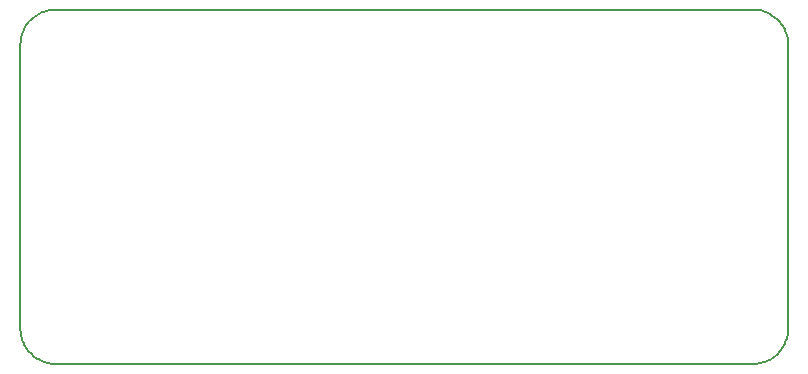
<source format=gm1>
%TF.GenerationSoftware,KiCad,Pcbnew,5.1.5+dfsg1-2build2*%
%TF.CreationDate,2021-11-27T13:08:24+01:00*%
%TF.ProjectId,rpi-han-interface,7270692d-6861-46e2-9d69-6e7465726661,rev?*%
%TF.SameCoordinates,Original*%
%TF.FileFunction,Profile,NP*%
%FSLAX46Y46*%
G04 Gerber Fmt 4.6, Leading zero omitted, Abs format (unit mm)*
G04 Created by KiCad (PCBNEW 5.1.5+dfsg1-2build2) date 2021-11-27 13:08:24*
%MOMM*%
%LPD*%
G04 APERTURE LIST*
%ADD10C,0.200000*%
G04 APERTURE END LIST*
D10*
X110960880Y-97830680D02*
X110960880Y-97830680D01*
X110960880Y-121830680D02*
X110960880Y-121830680D01*
X175960880Y-97830680D02*
X175960880Y-97830680D01*
X175960880Y-97830680D02*
X175960880Y-97830680D01*
X110960880Y-121830680D02*
X110960880Y-121830680D01*
X110960880Y-121830680D02*
X110960880Y-121830680D01*
X175960880Y-121830680D02*
X175960880Y-121830680D01*
X110960880Y-97830680D02*
X110960880Y-97830680D01*
X110960880Y-121830680D02*
X110960880Y-97830680D01*
X113960880Y-124830680D02*
X113766421Y-124824475D01*
X113766421Y-124824475D02*
X113582306Y-124807018D01*
X113582306Y-124807018D02*
X113407922Y-124779822D01*
X113407922Y-124779822D02*
X113237573Y-124742903D01*
X113237573Y-124742903D02*
X113080888Y-124699544D01*
X113080888Y-124699544D02*
X112930453Y-124649032D01*
X112930453Y-124649032D02*
X112779488Y-124589107D01*
X112779488Y-124589107D02*
X112640822Y-124525392D01*
X112640822Y-124525392D02*
X112508043Y-124456047D01*
X112508043Y-124456047D02*
X112381658Y-124381862D01*
X112381658Y-124381862D02*
X112260245Y-124302422D01*
X112260245Y-124302422D02*
X112142104Y-124216681D01*
X112142104Y-124216681D02*
X112030546Y-124127247D01*
X112030546Y-124127247D02*
X111923020Y-124032318D01*
X111923020Y-124032318D02*
X111820949Y-123933226D01*
X111820949Y-123933226D02*
X111722901Y-123828587D01*
X111722901Y-123828587D02*
X111628472Y-123717602D01*
X111628472Y-123717602D02*
X111537437Y-123599343D01*
X111537437Y-123599343D02*
X111453809Y-123478895D01*
X111453809Y-123478895D02*
X111376873Y-123355723D01*
X111376873Y-123355723D02*
X111304505Y-123226146D01*
X111304505Y-123226146D02*
X111237742Y-123091176D01*
X111237742Y-123091176D02*
X111174456Y-122944522D01*
X111174456Y-122944522D02*
X111120348Y-122798306D01*
X111120348Y-122798306D02*
X111072481Y-122644173D01*
X111072481Y-122644173D02*
X111031789Y-122482061D01*
X111031789Y-122482061D02*
X110999368Y-122312533D01*
X110999368Y-122312533D02*
X110975536Y-122129132D01*
X110975536Y-122129132D02*
X110962523Y-121931001D01*
X110962523Y-121931001D02*
X110960880Y-121830680D01*
X113960880Y-94830680D02*
X113960880Y-94830680D01*
X113960880Y-94830680D02*
X113960880Y-94830680D01*
X175960880Y-97830680D02*
X175960880Y-97830680D01*
X175960880Y-97830680D02*
X175960880Y-97830680D01*
X110960880Y-97830680D02*
X110960880Y-97830680D01*
X172960880Y-94830680D02*
X172960880Y-94830680D01*
X172960880Y-124830680D02*
X172960880Y-124830680D01*
X113960880Y-124830680D02*
X113960880Y-124830680D01*
X172960880Y-94830680D02*
X172960880Y-94830680D01*
X113960880Y-124830680D02*
X113960880Y-124830680D01*
X113960880Y-124830680D02*
X113960880Y-124830680D01*
X113960880Y-124830680D02*
X113960880Y-124830680D01*
X113960880Y-94830680D02*
X113766421Y-94836879D01*
X113766421Y-94836879D02*
X113582306Y-94854334D01*
X113582306Y-94854334D02*
X113407922Y-94881528D01*
X113407922Y-94881528D02*
X113241520Y-94917473D01*
X113241520Y-94917473D02*
X113083093Y-94961133D01*
X113083093Y-94961133D02*
X112930453Y-95012322D01*
X112930453Y-95012322D02*
X112785787Y-95069556D01*
X112785787Y-95069556D02*
X112640822Y-95135958D01*
X112640822Y-95135958D02*
X112508538Y-95205028D01*
X112508538Y-95205028D02*
X112381178Y-95279786D01*
X112381178Y-95279786D02*
X112258388Y-95360210D01*
X112258388Y-95360210D02*
X112141657Y-95445010D01*
X112141657Y-95445010D02*
X112030546Y-95534102D01*
X112030546Y-95534102D02*
X111921370Y-95630562D01*
X111921370Y-95630562D02*
X111819767Y-95729330D01*
X111819767Y-95729330D02*
X111722526Y-95833185D01*
X111722526Y-95833185D02*
X111629535Y-95942435D01*
X111629535Y-95942435D02*
X111541434Y-96056551D01*
X111541434Y-96056551D02*
X111459100Y-96174450D01*
X111459100Y-96174450D02*
X111379467Y-96301246D01*
X111379467Y-96301246D02*
X111303185Y-96437715D01*
X111303185Y-96437715D02*
X111236785Y-96572241D01*
X111236785Y-96572241D02*
X111176159Y-96712586D01*
X111176159Y-96712586D02*
X111119609Y-96865221D01*
X111119609Y-96865221D02*
X111072012Y-97018848D01*
X111072012Y-97018848D02*
X111030785Y-97183841D01*
X111030785Y-97183841D02*
X110998160Y-97356365D01*
X110998160Y-97356365D02*
X110975072Y-97536952D01*
X110975072Y-97536952D02*
X110962603Y-97727941D01*
X110962603Y-97727941D02*
X110960880Y-97830680D01*
X175960880Y-121830680D02*
X175960880Y-121830680D01*
X172960880Y-124830680D02*
X172960880Y-124830680D01*
X172960880Y-124830680D02*
X173154773Y-124824409D01*
X173154773Y-124824409D02*
X173338818Y-124806785D01*
X173338818Y-124806785D02*
X173514197Y-124779220D01*
X173514197Y-124779220D02*
X173679891Y-124743248D01*
X173679891Y-124743248D02*
X173838854Y-124699331D01*
X173838854Y-124699331D02*
X173990677Y-124648391D01*
X173990677Y-124648391D02*
X174135281Y-124591251D01*
X174135281Y-124591251D02*
X174273147Y-124528443D01*
X174273147Y-124528443D02*
X174406762Y-124459259D01*
X174406762Y-124459259D02*
X174533491Y-124385464D01*
X174533491Y-124385464D02*
X174656213Y-124305732D01*
X174656213Y-124305732D02*
X174774270Y-124220587D01*
X174774270Y-124220587D02*
X174885962Y-124131563D01*
X174885962Y-124131563D02*
X174994103Y-124036577D01*
X174994103Y-124036577D02*
X175082200Y-123952000D01*
X175082200Y-95709360D02*
X174976977Y-95609111D01*
X174976977Y-95609111D02*
X174866615Y-95513736D01*
X174866615Y-95513736D02*
X174754013Y-95425529D01*
X174754013Y-95425529D02*
X174633868Y-95340462D01*
X174633868Y-95340462D02*
X174511461Y-95262458D01*
X174511461Y-95262458D02*
X174382627Y-95188962D01*
X174382627Y-95188962D02*
X174247893Y-95120769D01*
X174247893Y-95120769D02*
X174105758Y-95057728D01*
X174105758Y-95057728D02*
X173960543Y-95002130D01*
X173960543Y-95002130D02*
X173808157Y-94952803D01*
X173808157Y-94952803D02*
X173641980Y-94909006D01*
X173641980Y-94909006D02*
X173473186Y-94874730D01*
X173473186Y-94874730D02*
X173297580Y-94849621D01*
X173297580Y-94849621D02*
X173108480Y-94834308D01*
X173108480Y-94834308D02*
X172960880Y-94830680D01*
X175960880Y-97830680D02*
X175954572Y-97636200D01*
X175954572Y-97636200D02*
X175937093Y-97453590D01*
X175937093Y-97453590D02*
X175908621Y-97273119D01*
X175908621Y-97273119D02*
X175872691Y-97108600D01*
X175872691Y-97108600D02*
X175828860Y-96950508D01*
X175828860Y-96950508D02*
X175777805Y-96798726D01*
X175777805Y-96798726D02*
X175720555Y-96654167D01*
X175720555Y-96654167D02*
X175656890Y-96514804D01*
X175656890Y-96514804D02*
X175587247Y-96380778D01*
X175587247Y-96380778D02*
X175513256Y-96254156D01*
X175513256Y-96254156D02*
X175434307Y-96132970D01*
X175434307Y-96132970D02*
X175349393Y-96015448D01*
X175349393Y-96015448D02*
X175260465Y-95904037D01*
X175260465Y-95904037D02*
X175165203Y-95795742D01*
X175165203Y-95795742D02*
X175082200Y-95709360D01*
X172960880Y-124830680D02*
X172960880Y-124830680D01*
X113960880Y-94830680D02*
X113960880Y-94830680D01*
X113960880Y-94830680D02*
X113960880Y-94830680D01*
X172960880Y-94830680D02*
X113960880Y-94830680D01*
X172960880Y-124830680D02*
X113960880Y-124830680D01*
X175960880Y-97830680D02*
X175960880Y-121830680D01*
X172960880Y-124830680D02*
X172960880Y-124830680D01*
X175082200Y-123952000D02*
X175180883Y-123848495D01*
X175180883Y-123848495D02*
X175276348Y-123738198D01*
X175276348Y-123738198D02*
X175364300Y-123626121D01*
X175364300Y-123626121D02*
X175449486Y-123506051D01*
X175449486Y-123506051D02*
X175527905Y-123383225D01*
X175527905Y-123383225D02*
X175600824Y-123255701D01*
X175600824Y-123255701D02*
X175668817Y-123121824D01*
X175668817Y-123121824D02*
X175730542Y-122983478D01*
X175730542Y-122983478D02*
X175786840Y-122837618D01*
X175786840Y-122837618D02*
X175836149Y-122686739D01*
X175836149Y-122686739D02*
X175879391Y-122525178D01*
X175879391Y-122525178D02*
X175914433Y-122356577D01*
X175914433Y-122356577D02*
X175940245Y-122181999D01*
X175940245Y-122181999D02*
X175956278Y-121996810D01*
X175956278Y-121996810D02*
X175960880Y-121830680D01*
M02*

</source>
